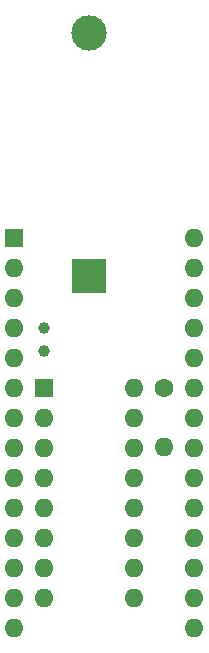
<source format=gts>
%TF.GenerationSoftware,KiCad,Pcbnew,(5.1.9)-1*%
%TF.CreationDate,2021-04-04T21:20:30+08:00*%
%TF.ProjectId,ATD-20-Redux,4154442d-3230-42d5-9265-6475782e6b69,rev?*%
%TF.SameCoordinates,Original*%
%TF.FileFunction,Soldermask,Top*%
%TF.FilePolarity,Negative*%
%FSLAX46Y46*%
G04 Gerber Fmt 4.6, Leading zero omitted, Abs format (unit mm)*
G04 Created by KiCad (PCBNEW (5.1.9)-1) date 2021-04-04 21:20:30*
%MOMM*%
%LPD*%
G01*
G04 APERTURE LIST*
%ADD10R,3.000000X3.000000*%
%ADD11C,3.000000*%
%ADD12O,1.600000X1.600000*%
%ADD13R,1.600000X1.600000*%
%ADD14C,1.600000*%
%ADD15C,1.000000*%
G04 APERTURE END LIST*
D10*
%TO.C,BAT1*%
X117475000Y-60325000D03*
D11*
X117475000Y-39835000D03*
%TD*%
D12*
%TO.C,J1*%
X126365000Y-57150000D03*
X111125000Y-90170000D03*
X126365000Y-59690000D03*
X111125000Y-87630000D03*
X126365000Y-62230000D03*
X111125000Y-85090000D03*
X126365000Y-64770000D03*
X111125000Y-82550000D03*
X126365000Y-67310000D03*
X111125000Y-80010000D03*
X126365000Y-69850000D03*
X111125000Y-77470000D03*
X126365000Y-72390000D03*
X111125000Y-74930000D03*
X126365000Y-74930000D03*
X111125000Y-72390000D03*
X126365000Y-77470000D03*
X111125000Y-69850000D03*
X126365000Y-80010000D03*
X111125000Y-67310000D03*
X126365000Y-82550000D03*
X111125000Y-64770000D03*
X126365000Y-85090000D03*
X111125000Y-62230000D03*
X126365000Y-87630000D03*
X111125000Y-59690000D03*
X126365000Y-90170000D03*
D13*
X111125000Y-57150000D03*
%TD*%
D12*
%TO.C,C1*%
X123825000Y-74850000D03*
D14*
X123825000Y-69850000D03*
%TD*%
D12*
%TO.C,U1*%
X121285000Y-69850000D03*
X113665000Y-87630000D03*
X121285000Y-72390000D03*
X113665000Y-85090000D03*
X121285000Y-74930000D03*
X113665000Y-82550000D03*
X121285000Y-77470000D03*
X113665000Y-80010000D03*
X121285000Y-80010000D03*
X113665000Y-77470000D03*
X121285000Y-82550000D03*
X113665000Y-74930000D03*
X121285000Y-85090000D03*
X113665000Y-72390000D03*
X121285000Y-87630000D03*
D13*
X113665000Y-69850000D03*
%TD*%
D15*
%TO.C,Y1*%
X113665000Y-66675000D03*
X113665000Y-64775000D03*
%TD*%
M02*

</source>
